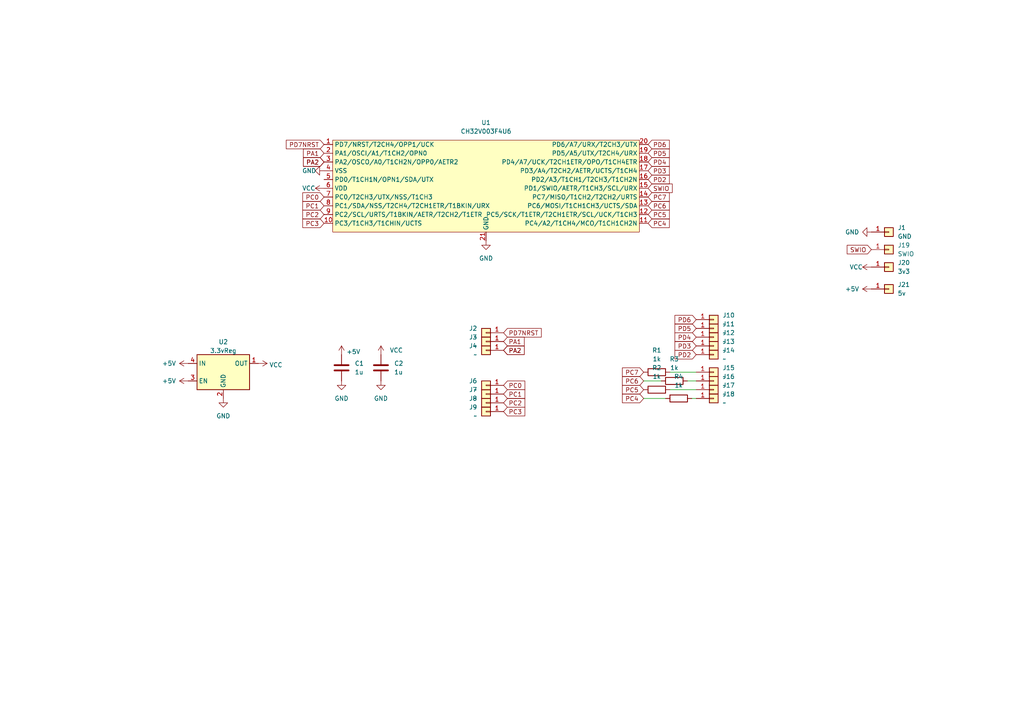
<source format=kicad_sch>
(kicad_sch (version 20211123) (generator eeschema)
  (paper "A4")
  (lib_symbols
    (symbol "CH32V003F4U6:CH32V003F4U6"
      (property "Reference" "U" (at 0 0 0))
      (property "Value" "CH32V003F4U6" (at 0 3.81 0))
      (symbol "CH32V003F4U6_0_1"
        (rectangle (start -44.45 12.7) (end 44.45 -13.97) (fill (type background)))
      )
      (symbol "CH32V003F4U6_1_1"
        (pin bidirectional line (at -46.99 11.43 0) (length 2.54) (name "PD7/NRST/T2CH4/OPP1/UCK") (number "1"))
        (pin bidirectional line (at -46.99 -11.43 0) (length 2.54) (name "PC3/T1CH3/T1CHIN/UCTS") (number "10"))
        (pin bidirectional line (at 46.99 -11.43 180) (length 2.54) (name "PC4/A2/T1CH4/MCO/T1CH1CH2N") (number "11"))
        (pin bidirectional line (at 46.99 -8.89 180) (length 2.54) (name "PC5/SCK/T1ETR/T2CH1ETR/SCL/UCK/T1CH3") (number "12"))
        (pin bidirectional line (at 46.99 -6.35 180) (length 2.54) (name "PC6/MOSI/T1CH1CH3/UCTS/SDA") (number "13"))
        (pin bidirectional line (at 46.99 -3.81 180) (length 2.54) (name "PC7/MISO/T1CH2/T2CH2/URTS") (number "14"))
        (pin bidirectional line (at 46.99 -1.27 180) (length 2.54) (name "PD1/SWIO/AETR/T1CH3/SCL/URX") (number "15"))
        (pin bidirectional line (at 46.99 1.27 180) (length 2.54) (name "PD2/A3/T1CH1/T2CH3/T1CH2N") (number "16"))
        (pin bidirectional line (at 46.99 3.81 180) (length 2.54) (name "PD3/A4/T2CH2/AETR/UCTS/T1CH4") (number "17"))
        (pin bidirectional line (at 46.99 6.35 180) (length 2.54) (name "PD4/A7/UCK/T2CH1ETR/OPO/T1CH4ETR") (number "18"))
        (pin bidirectional line (at 46.99 8.89 180) (length 2.54) (name "PD5/A5/UTX/T2CH4/URX") (number "19"))
        (pin bidirectional line (at -46.99 8.89 0) (length 2.54) (name "PA1/OSCI/A1/T1CH2/OPN0") (number "2"))
        (pin bidirectional line (at 46.99 11.43 180) (length 2.54) (name "PD6/A7/URX/T2CH3/UTX") (number "20"))
        (pin bidirectional line (at 0 -16.51 90) (length 2.54) (name "GND") (number "21"))
        (pin bidirectional line (at -46.99 6.35 0) (length 2.54) (name "PA2/OSCO/A0/T1CH2N/OPP0/AETR2") (number "3"))
        (pin bidirectional line (at -46.99 3.81 0) (length 2.54) (name "VSS") (number "4"))
        (pin bidirectional line (at -46.99 1.27 0) (length 2.54) (name "PD0/T1CH1N/OPN1/SDA/UTX") (number "5"))
        (pin bidirectional line (at -46.99 -1.27 0) (length 2.54) (name "VDD") (number "6"))
        (pin bidirectional line (at -46.99 -3.81 0) (length 2.54) (name "PC0/T2CH3/UTX/NSS/T1CH3") (number "7"))
        (pin bidirectional line (at -46.99 -6.35 0) (length 2.54) (name "PC1/SDA/NSS/T2CH4/T2CH1ETR/T1BKIN/URX") (number "8"))
        (pin bidirectional line (at -46.99 -8.89 0) (length 2.54) (name "PC2/SCL/URTS/T1BKIN/AETR/T2CH2/T1ETR") (number "9"))
      )
    )
    (symbol "Connector_Generic:Conn_01x01" (pin_names (offset 1.016) hide)
      (property "Reference" "J" (at 0 2.54 0))
      (property "Value" "Conn_01x01" (at 0 -2.54 0))
      (symbol "Conn_01x01_1_1"
        (rectangle (start -1.27 0.127) (end 0 -0.127) (stroke (width 0.1524)))
        (rectangle (start -1.27 1.27) (end 1.27 -1.27) (stroke (width 0.254)) (fill (type background)))
        (pin passive line (at -5.08 0 0) (length 3.81) (name "Pin_1") (number "1"))
      )
    )
    (symbol "Device:C" (pin_numbers hide) (pin_names (offset 0.254))
      (property "Reference" "C" (at 0.635 2.54 0))
      (property "Value" "C" (at 0.635 -2.54 0))
      (symbol "C_0_1"
        (polyline (pts (xy -2.032 -0.762) (xy 2.032 -0.762)) (stroke (width 0.508)))
        (polyline (pts (xy -2.032 0.762) (xy 2.032 0.762)) (stroke (width 0.508)))
      )
      (symbol "C_1_1"
        (pin passive line (at 0 3.81 270) (length 2.794) (name "~") (number "1"))
        (pin passive line (at 0 -3.81 90) (length 2.794) (name "~") (number "2"))
      )
    )
    (symbol "Device:R" (pin_numbers hide) (pin_names (offset 0))
      (property "Reference" "R" (at 2.032 0 90))
      (property "Value" "R" (at 0 0 90))
      (symbol "R_0_1"
        (rectangle (start -1.016 -2.54) (end 1.016 2.54) (stroke (width 0.254)))
      )
      (symbol "R_1_1"
        (pin passive line (at 0 3.81 270) (length 1.27) (name "~") (number "1"))
        (pin passive line (at 0 -3.81 90) (length 1.27) (name "~") (number "2"))
      )
    )
    (symbol "Regulator_Linear:NCP115AMX120TCG"
      (property "Reference" "U" (at 2.54 10.16 0))
      (property "Value" "NCP115AMX120TCG" (at 10.16 7.62 0))
      (symbol "NCP115AMX120TCG_0_1"
        (rectangle (start -7.62 5.08) (end 7.62 -5.08) (stroke (width 0.254)) (fill (type background)))
      )
      (symbol "NCP115AMX120TCG_1_1"
        (pin power_out line (at 10.16 2.54 180) (length 2.54) (name "OUT") (number "1"))
        (pin power_in line (at 0 -7.62 90) (length 2.54) (name "GND") (number "2"))
        (pin input line (at -10.16 -2.54 0) (length 2.54) (name "EN") (number "3"))
        (pin power_in line (at -10.16 2.54 0) (length 2.54) (name "IN") (number "4"))
        (pin passive line (at 0 -7.62 90) (length 2.54) hide (name "GND") (number "5"))
      )
    )
    (symbol "power:+5V" (power) (pin_names (offset 0))
      (property "Value" "+5V" (at 0 3.556 0))
      (symbol "+5V_0_1"
        (polyline (pts (xy -0.762 1.27) (xy 0 2.54)))
        (polyline (pts (xy 0 0) (xy 0 2.54)))
        (polyline (pts (xy 0 2.54) (xy 0.762 1.27)))
      )
      (symbol "+5V_1_1"
        (pin power_in line (at 0 0 90) (length 0) hide (name "+5V") (number "1"))
      )
    )
    (symbol "power:GND" (power) (pin_names (offset 0))
      (property "Value" "GND" (at 0 -3.81 0))
      (symbol "GND_0_1"
        (polyline (pts (xy 0 0) (xy 0 -1.27) (xy 1.27 -1.27) (xy 0 -2.54) (xy -1.27 -1.27) (xy 0 -1.27)))
      )
      (symbol "GND_1_1"
        (pin power_in line (at 0 0 270) (length 0) hide (name "GND") (number "1"))
      )
    )
    (symbol "power:VCC" (power) (pin_names (offset 0))
      (property "Value" "VCC" (at 0 3.81 0))
      (symbol "VCC_0_1"
        (polyline (pts (xy -0.762 1.27) (xy 0 2.54)))
        (polyline (pts (xy 0 0) (xy 0 2.54)))
        (polyline (pts (xy 0 2.54) (xy 0.762 1.27)))
      )
      (symbol "VCC_1_1"
        (pin power_in line (at 0 0 90) (length 0) hide (name "VCC") (number "1"))
      )
    )
  )
  (wire (pts (xy 194.31 107.95) (xy 201.93 107.95)))
  (wire (pts (xy 194.31 113.03) (xy 201.93 113.03)))
  (wire (pts (xy 200.66 115.57) (xy 201.93 115.57)))
  (wire (pts (xy 186.69 110.49) (xy 191.77 110.49)))
  (wire (pts (xy 186.69 115.57) (xy 193.04 115.57)))
  (wire (pts (xy 199.39 110.49) (xy 201.93 110.49)))
  (global_label "PD6" (shape input) (at 201.93 92.71 180) (property "Intersheet References" "${INTERSHEET_REFS}" (effects hide)))
  (global_label "PD3" (shape input) (at 187.96 49.53 0) (property "Intersheet References" "${INTERSHEET_REFS}" (effects hide)))
  (global_label "PC0" (shape input) (at 146.05 111.76 0) (property "Intersheet References" "${INTERSHEET_REFS}" (effects hide)))
  (global_label "PD4" (shape input) (at 187.96 46.99 0) (property "Intersheet References" "${INTERSHEET_REFS}" (effects hide)))
  (global_label "SWIO" (shape input) (at 252.73 72.39 180) (property "Intersheet References" "${INTERSHEET_REFS}" (effects hide)))
  (global_label "PC7" (shape input) (at 187.96 57.15 0) (property "Intersheet References" "${INTERSHEET_REFS}" (effects hide)))
  (global_label "PD2" (shape input) (at 201.93 102.87 180) (property "Intersheet References" "${INTERSHEET_REFS}" (effects hide)))
  (global_label "PC4" (shape input) (at 187.96 64.77 0) (property "Intersheet References" "${INTERSHEET_REFS}" (effects hide)))
  (global_label "PD5" (shape input) (at 201.93 95.25 180) (property "Intersheet References" "${INTERSHEET_REFS}" (effects hide)))
  (global_label "PC6" (shape input) (at 187.96 59.69 0) (property "Intersheet References" "${INTERSHEET_REFS}" (effects hide)))
  (global_label "PD4" (shape input) (at 201.93 97.79 180) (property "Intersheet References" "${INTERSHEET_REFS}" (effects hide)))
  (global_label "PD2" (shape input) (at 187.96 52.07 0) (property "Intersheet References" "${INTERSHEET_REFS}" (effects hide)))
  (global_label "PA2" (shape input) (at 93.98 46.99 180) (property "Intersheet References" "${INTERSHEET_REFS}" (effects hide)))
  (global_label "PD3" (shape input) (at 201.93 100.33 180) (property "Intersheet References" "${INTERSHEET_REFS}" (effects hide)))
  (global_label "PC0" (shape input) (at 93.98 57.15 180) (property "Intersheet References" "${INTERSHEET_REFS}" (effects hide)))
  (global_label "PC7" (shape input) (at 186.69 107.95 180) (property "Intersheet References" "${INTERSHEET_REFS}" (effects hide)))
  (global_label "PA1" (shape input) (at 93.98 44.45 180) (property "Intersheet References" "${INTERSHEET_REFS}" (effects hide)))
  (global_label "PC1" (shape input) (at 146.05 114.3 0) (property "Intersheet References" "${INTERSHEET_REFS}" (effects hide)))
  (global_label "PC4" (shape input) (at 186.69 115.57 180) (property "Intersheet References" "${INTERSHEET_REFS}" (effects hide)))
  (global_label "PD5" (shape input) (at 187.96 44.45 0) (property "Intersheet References" "${INTERSHEET_REFS}" (effects hide)))
  (global_label "PC3" (shape input) (at 146.05 119.38 0) (property "Intersheet References" "${INTERSHEET_REFS}" (effects hide)))
  (global_label "PC5" (shape input) (at 186.69 113.03 180) (property "Intersheet References" "${INTERSHEET_REFS}" (effects hide)))
  (global_label "PC1" (shape input) (at 93.98 59.69 180) (property "Intersheet References" "${INTERSHEET_REFS}" (effects hide)))
  (global_label "PA2" (shape input) (at 93.98 46.99 180) (property "Intersheet References" "${INTERSHEET_REFS}" (effects hide)))
  (global_label "PA2" (shape input) (at 146.05 101.6 0) (property "Intersheet References" "${INTERSHEET_REFS}" (effects hide)))
  (global_label "PA1" (shape input) (at 146.05 99.06 0) (property "Intersheet References" "${INTERSHEET_REFS}" (effects hide)))
  (global_label "PC5" (shape input) (at 187.96 62.23 0) (property "Intersheet References" "${INTERSHEET_REFS}" (effects hide)))
  (global_label "PC2" (shape input) (at 93.98 62.23 180) (property "Intersheet References" "${INTERSHEET_REFS}" (effects hide)))
  (global_label "PD6" (shape input) (at 187.96 41.91 0) (property "Intersheet References" "${INTERSHEET_REFS}" (effects hide)))
  (global_label "PA2" (shape input) (at 146.05 101.6 0) (property "Intersheet References" "${INTERSHEET_REFS}" (effects hide)))
  (global_label "PC6" (shape input) (at 186.69 110.49 180) (property "Intersheet References" "${INTERSHEET_REFS}" (effects hide)))
  (global_label "PC3" (shape input) (at 93.98 64.77 180) (property "Intersheet References" "${INTERSHEET_REFS}" (effects hide)))
  (global_label "SWIO" (shape input) (at 187.96 54.61 0) (property "Intersheet References" "${INTERSHEET_REFS}" (effects hide)))
  (global_label "PD7NRST" (shape input) (at 146.05 96.52 0) (property "Intersheet References" "${INTERSHEET_REFS}" (effects hide)))
  (global_label "PC2" (shape input) (at 146.05 116.84 0) (property "Intersheet References" "${INTERSHEET_REFS}" (effects hide)))
  (global_label "PD7NRST" (shape input) (at 93.98 41.91 180) (property "Intersheet References" "${INTERSHEET_REFS}" (effects hide)))
  (symbol (lib_id "Connector_Generic:Conn_01x01") (at 140.97 111.76 0) (mirror y) (unit 1)
    (property "Reference" "J6" (at 138.43 110.4899 0) (effects (justify left)))
    (property "Value" "~" (at 138.43 113.0299 0) (effects (justify left)))
    (property "Footprint" "cnhardware:touchpad_10x6.5mm_retircle" (effects hide))
  )
  (symbol (lib_id "Device:C") (at 99.06 106.68 0) (unit 1)
    (property "Reference" "C1" (at 102.87 105.4099 0) (effects (justify left)))
    (property "Value" "1u" (at 102.87 107.9499 0) (effects (justify left)))
    (property "Footprint" "Capacitor_SMD:C_0402_1005Metric" (effects hide))
    (property "LCSC" "C237173" (effects hide))
  )
  (symbol (lib_id "power:GND") (at 252.73 67.31 270) (unit 1)
    (property "Reference" "#PWR0103" (effects hide))
    (property "Value" "GND" (at 245.11 67.31 90) (effects (justify left)))
  )
  (symbol (lib_id "Connector_Generic:Conn_01x01") (at 140.97 116.84 0) (mirror y) (unit 1)
    (property "Reference" "J8" (at 138.43 115.5699 0) (effects (justify left)))
    (property "Value" "~" (at 138.43 118.1099 0) (effects (justify left)))
    (property "Footprint" "cnhardware:touchpad_10x6.5mm_retircle" (effects hide))
  )
  (symbol (lib_id "power:+5V") (at 252.73 83.82 90) (unit 1)
    (property "Reference" "#PWR0101" (effects hide))
    (property "Value" "+5V" (at 245.11 83.82 90) (effects (justify right)))
  )
  (symbol (lib_id "Connector_Generic:Conn_01x01") (at 257.81 83.82 0) (unit 1)
    (property "Reference" "J21" (at 260.35 82.5499 0) (effects (justify left)))
    (property "Value" "5v" (at 260.35 85.0899 0) (effects (justify left)))
    (property "Footprint" "TestPoint:TestPoint_Pad_1.5x1.5mm" (effects hide))
  )
  (symbol (lib_id "Connector_Generic:Conn_01x01") (at 207.01 97.79 0) (unit 1)
    (property "Reference" "J12" (at 209.55 96.5199 0) (effects (justify left)))
    (property "Value" "~" (at 209.55 99.0599 0) (effects (justify left)))
    (property "Footprint" "cnhardware:touchpad_10x6.5mm_retircle" (effects hide))
  )
  (symbol (lib_id "power:+5V") (at 54.61 105.41 90) (unit 1)
    (property "Reference" "#PWR0113" (effects hide))
    (property "Value" "+5V" (at 46.99 105.41 90) (effects (justify right)))
  )
  (symbol (lib_id "Connector_Generic:Conn_01x01") (at 207.01 107.95 0) (unit 1)
    (property "Reference" "J15" (at 209.55 106.6799 0) (effects (justify left)))
    (property "Value" "~" (at 209.55 109.2199 0) (effects (justify left)))
    (property "Footprint" "cnhardware:touchpad_10x6.5mm_retircle" (effects hide))
  )
  (symbol (lib_id "Device:R") (at 190.5 113.03 90) (unit 1)
    (property "Reference" "R2" (at 190.5 106.68 90))
    (property "Value" "1k" (at 190.5 109.22 90))
    (property "Footprint" "Resistor_SMD:R_0402_1005Metric" (effects hide))
    (property "LCSC" "C25076" (effects hide))
  )
  (symbol (lib_id "Connector_Generic:Conn_01x01") (at 207.01 110.49 0) (unit 1)
    (property "Reference" "J16" (at 209.55 109.2199 0) (effects (justify left)))
    (property "Value" "~" (at 209.55 111.7599 0) (effects (justify left)))
    (property "Footprint" "cnhardware:touchpad_10x6.5mm_retircle" (effects hide))
  )
  (symbol (lib_id "power:VCC") (at 93.98 54.61 90) (unit 1)
    (property "Reference" "#PWR0105" (effects hide))
    (property "Value" "VCC" (at 87.63 54.61 90) (effects (justify right)))
  )
  (symbol (lib_id "power:VCC") (at 74.93 105.41 270) (unit 1)
    (property "Reference" "#PWR0114" (effects hide))
    (property "Value" "VCC" (at 78.105 105.8438 90) (effects (justify left)))
  )
  (symbol (lib_id "Connector_Generic:Conn_01x01") (at 257.81 77.47 0) (unit 1)
    (property "Reference" "J20" (at 260.35 76.1999 0) (effects (justify left)))
    (property "Value" "3v3" (at 260.35 78.7399 0) (effects (justify left)))
    (property "Footprint" "TestPoint:TestPoint_Pad_1.5x1.5mm" (effects hide))
  )
  (symbol (lib_id "Connector_Generic:Conn_01x01") (at 140.97 114.3 0) (mirror y) (unit 1)
    (property "Reference" "J7" (at 138.43 113.0299 0) (effects (justify left)))
    (property "Value" "~" (at 138.43 115.5699 0) (effects (justify left)))
    (property "Footprint" "cnhardware:touchpad_10x6.5mm_retircle" (effects hide))
  )
  (symbol (lib_id "Connector_Generic:Conn_01x01") (at 257.81 67.31 0) (unit 1)
    (property "Reference" "J1" (at 260.35 66.0399 0) (effects (justify left)))
    (property "Value" "GND" (at 260.35 68.5799 0) (effects (justify left)))
    (property "Footprint" "TestPoint:TestPoint_Pad_1.5x1.5mm" (effects hide))
  )
  (symbol (lib_id "Connector_Generic:Conn_01x01") (at 140.97 99.06 0) (mirror y) (unit 1)
    (property "Reference" "J3" (at 138.43 97.7899 0) (effects (justify left)))
    (property "Value" "~" (at 138.43 100.3299 0) (effects (justify left)))
    (property "Footprint" "cnhardware:touchpad_10x6.5mm_retircle" (effects hide))
  )
  (symbol (lib_id "Regulator_Linear:NCP115AMX120TCG") (at 64.77 107.95 0) (unit 1)
    (property "Reference" "U2" (at 64.77 99.1702 0))
    (property "Value" "3.3vReg" (at 64.77 101.7071 0))
    (property "Footprint" "cnhardware:xdfn-reg" (effects hide))
    (property "Datasheet" "https://www.onsemi.com/pub/Collateral/NCP115-D.PDF" (effects hide))
    (property "LCSC" "C81114" (effects hide))
  )
  (symbol (lib_id "Connector_Generic:Conn_01x01") (at 207.01 102.87 0) (unit 1)
    (property "Reference" "J14" (at 209.55 101.5999 0) (effects (justify left)))
    (property "Value" "~" (at 209.55 104.1399 0) (effects (justify left)))
    (property "Footprint" "cnhardware:touchpad_10x6.5mm_retircle" (effects hide))
  )
  (symbol (lib_id "power:GND") (at 110.49 110.49 0) (unit 1)
    (property "Reference" "#PWR0118" (effects hide))
    (property "Value" "GND" (at 110.49 115.57 0))
  )
  (symbol (lib_id "power:GND") (at 140.97 69.85 0) (unit 1)
    (property "Reference" "#PWR0111" (effects hide))
    (property "Value" "GND" (at 140.97 74.93 0))
  )
  (symbol (lib_id "Connector_Generic:Conn_01x01") (at 140.97 119.38 0) (mirror y) (unit 1)
    (property "Reference" "J9" (at 138.43 118.1099 0) (effects (justify left)))
    (property "Value" "~" (at 138.43 120.6499 0) (effects (justify left)))
    (property "Footprint" "cnhardware:touchpad_10x6.5mm_retircle" (effects hide))
  )
  (symbol (lib_id "Connector_Generic:Conn_01x01") (at 207.01 115.57 0) (unit 1)
    (property "Reference" "J18" (at 209.55 114.2999 0) (effects (justify left)))
    (property "Value" "~" (at 209.55 116.8399 0) (effects (justify left)))
    (property "Footprint" "cnhardware:touchpad_10x6.5mm_retircle" (effects hide))
  )
  (symbol (lib_id "Connector_Generic:Conn_01x01") (at 207.01 92.71 0) (unit 1)
    (property "Reference" "J10" (at 209.55 91.4399 0) (effects (justify left)))
    (property "Value" "~" (at 209.55 93.9799 0) (effects (justify left)))
    (property "Footprint" "cnhardware:touchpad_10x6.5mm_retircle" (effects hide))
  )
  (symbol (lib_id "power:GND") (at 99.06 110.49 0) (unit 1)
    (property "Reference" "#PWR0119" (effects hide))
    (property "Value" "GND" (at 99.06 115.57 0))
  )
  (symbol (lib_id "Connector_Generic:Conn_01x01") (at 207.01 95.25 0) (unit 1)
    (property "Reference" "J11" (at 209.55 93.9799 0) (effects (justify left)))
    (property "Value" "~" (at 209.55 96.5199 0) (effects (justify left)))
    (property "Footprint" "cnhardware:touchpad_10x6.5mm_retircle" (effects hide))
  )
  (symbol (lib_id "Device:R") (at 196.85 115.57 90) (unit 1)
    (property "Reference" "R4" (at 196.85 109.22 90))
    (property "Value" "1k" (at 196.85 111.76 90))
    (property "Footprint" "Resistor_SMD:R_0402_1005Metric" (effects hide))
    (property "LCSC" "C25076" (effects hide))
  )
  (symbol (lib_id "Connector_Generic:Conn_01x01") (at 257.81 72.39 0) (unit 1)
    (property "Reference" "J19" (at 260.35 71.1199 0) (effects (justify left)))
    (property "Value" "SWIO" (at 260.35 73.6599 0) (effects (justify left)))
    (property "Footprint" "TestPoint:TestPoint_Pad_1.5x1.5mm" (effects hide))
  )
  (symbol (lib_id "power:+5V") (at 54.61 110.49 90) (unit 1)
    (property "Reference" "#PWR0115" (effects hide))
    (property "Value" "+5V" (at 46.99 110.49 90) (effects (justify right)))
  )
  (symbol (lib_id "Connector_Generic:Conn_01x01") (at 207.01 100.33 0) (unit 1)
    (property "Reference" "J13" (at 209.55 99.0599 0) (effects (justify left)))
    (property "Value" "~" (at 209.55 101.5999 0) (effects (justify left)))
    (property "Footprint" "cnhardware:touchpad_10x6.5mm_retircle" (effects hide))
  )
  (symbol (lib_id "Device:C") (at 110.49 106.68 0) (unit 1)
    (property "Reference" "C2" (at 114.3 105.4099 0) (effects (justify left)))
    (property "Value" "1u" (at 114.3 107.9499 0) (effects (justify left)))
    (property "Footprint" "Capacitor_SMD:C_0402_1005Metric" (effects hide))
    (property "LCSC" "C237173" (effects hide))
  )
  (symbol (lib_id "Device:R") (at 190.5 107.95 90) (unit 1)
    (property "Reference" "R1" (at 190.5 101.6 90))
    (property "Value" "1k" (at 190.5 104.14 90))
    (property "Footprint" "Resistor_SMD:R_0402_1005Metric" (effects hide))
    (property "LCSC" "C25076" (effects hide))
  )
  (symbol (lib_id "Device:R") (at 195.58 110.49 90) (unit 1)
    (property "Reference" "R3" (at 195.58 104.14 90))
    (property "Value" "1k" (at 195.58 106.68 90))
    (property "Footprint" "Resistor_SMD:R_0402_1005Metric" (effects hide))
    (property "LCSC" "C25076" (effects hide))
  )
  (symbol (lib_id "power:GND") (at 93.98 49.53 270) (unit 1)
    (property "Reference" "#PWR0106" (effects hide))
    (property "Value" "GND" (at 87.63 49.53 90) (effects (justify left)))
  )
  (symbol (lib_id "power:VCC") (at 110.49 102.87 0) (unit 1)
    (property "Reference" "#PWR0117" (effects hide))
    (property "Value" "VCC" (at 113.03 101.5999 0) (effects (justify left)))
  )
  (symbol (lib_id "power:+5V") (at 99.06 102.87 0) (unit 1)
    (property "Reference" "#PWR0116" (effects hide))
    (property "Value" "+5V" (at 100.457 102.0338 0) (effects (justify left)))
  )
  (symbol (lib_id "power:VCC") (at 252.73 77.47 90) (unit 1)
    (property "Reference" "#PWR0102" (effects hide))
    (property "Value" "VCC" (at 246.38 77.47 90) (effects (justify right)))
  )
  (symbol (lib_id "Connector_Generic:Conn_01x01") (at 140.97 101.6 0) (mirror y) (unit 1)
    (property "Reference" "J4" (at 138.43 100.3299 0) (effects (justify left)))
    (property "Value" "~" (at 138.43 102.8699 0) (effects (justify left)))
    (property "Footprint" "cnhardware:touchpad_10x6.5mm_retircle" (effects hide))
  )
  (symbol (lib_id "CH32V003F4U6:CH32V003F4U6") (at 140.97 53.34 0) (unit 1)
    (property "Reference" "U1" (at 140.97 35.56 0))
    (property "Value" "CH32V003F4U6" (at 140.97 38.1 0))
    (property "Footprint" "Package_DFN_QFN:QFN-20-1EP_3x3mm_P0.4mm_EP1.65x1.65mm" (effects hide))
    (property "LCSC" "C5299908" (effects hide))
  )
  (symbol (lib_id "Connector_Generic:Conn_01x01") (at 207.01 113.03 0) (unit 1)
    (property "Reference" "J17" (at 209.55 111.7599 0) (effects (justify left)))
    (property "Value" "~" (at 209.55 114.2999 0) (effects (justify left)))
    (property "Footprint" "cnhardware:touchpad_10x6.5mm_retircle" (effects hide))
  )
  (symbol (lib_id "Connector_Generic:Conn_01x01") (at 140.97 96.52 0) (mirror y) (unit 1)
    (property "Reference" "J2" (at 138.43 95.2499 0) (effects (justify left)))
    (property "Value" "~" (at 138.43 97.7899 0) (effects (justify left)))
    (property "Footprint" "cnhardware:touchpad_10x6.5mm_retircle" (effects hide))
  )
  (symbol (lib_id "power:GND") (at 64.77 115.57 0) (unit 1)
    (property "Reference" "#PWR0112" (effects hide))
    (property "Value" "GND" (at 64.77 120.65 0))
  )
)
</source>
